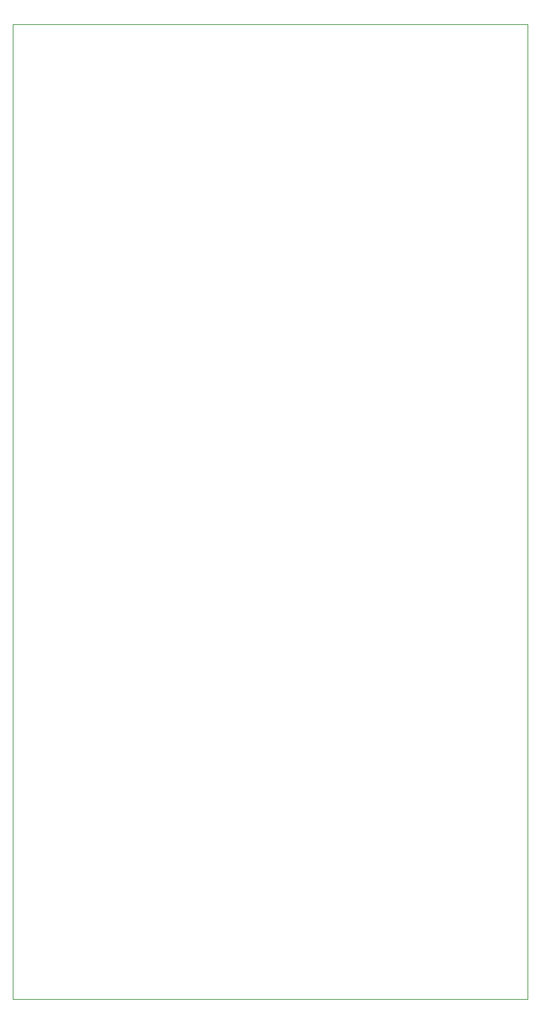
<source format=gbr>
%TF.GenerationSoftware,KiCad,Pcbnew,(5.1.9)-1*%
%TF.CreationDate,2021-05-31T11:32:24+02:00*%
%TF.ProjectId,periph_numpad,70657269-7068-45f6-9e75-6d7061642e6b,v1.0*%
%TF.SameCoordinates,Original*%
%TF.FileFunction,Profile,NP*%
%FSLAX46Y46*%
G04 Gerber Fmt 4.6, Leading zero omitted, Abs format (unit mm)*
G04 Created by KiCad (PCBNEW (5.1.9)-1) date 2021-05-31 11:32:24*
%MOMM*%
%LPD*%
G01*
G04 APERTURE LIST*
%TA.AperFunction,Profile*%
%ADD10C,0.050000*%
%TD*%
G04 APERTURE END LIST*
D10*
X132080000Y-174625000D02*
X132080000Y-52070000D01*
X67310000Y-174625000D02*
X132080000Y-174625000D01*
X67310000Y-52070000D02*
X67310000Y-174625000D01*
X132080000Y-52070000D02*
X67310000Y-52070000D01*
M02*

</source>
